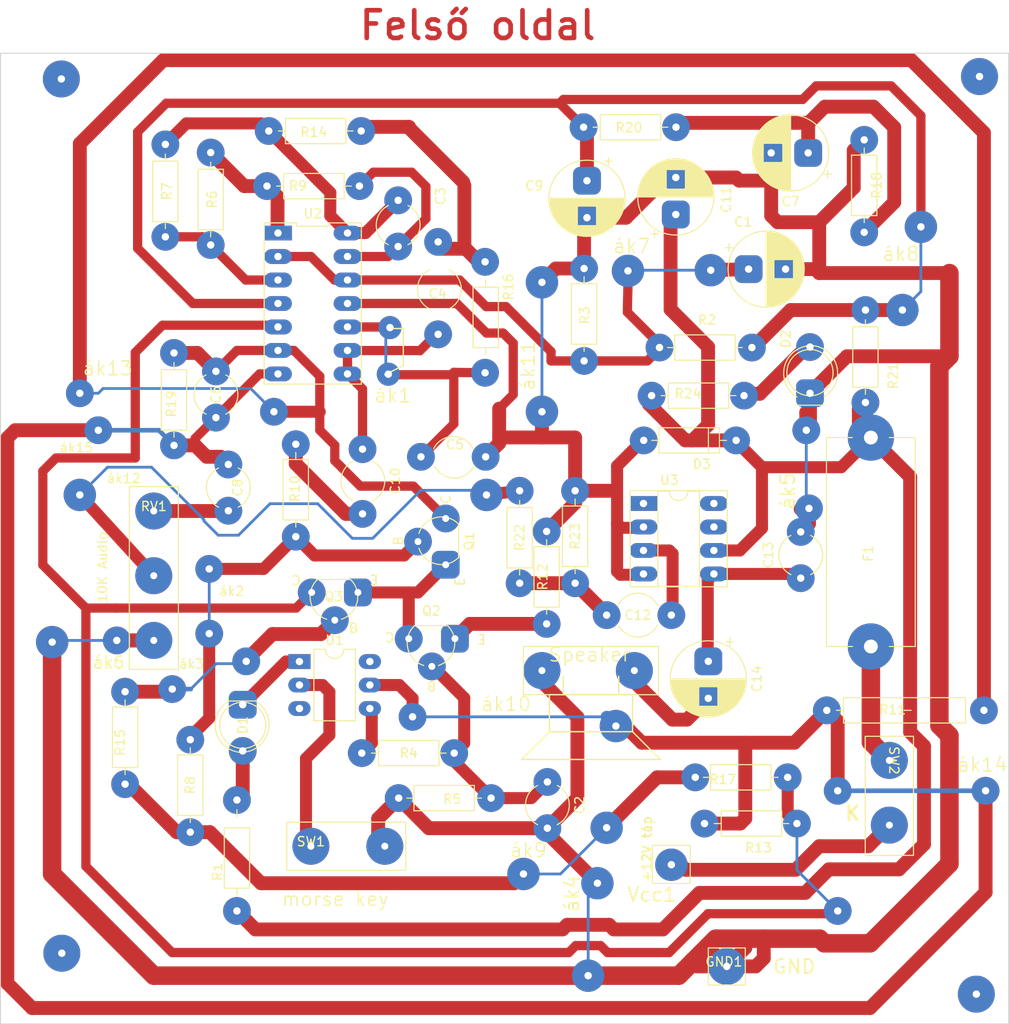
<source format=kicad_pcb>
(kicad_pcb (version 20221018) (generator pcbnew)
  (title_block (title "Sidetone-morse-voice-generator") (date "2024-02-06") (rev "0"))
  (layers (0 "F.Cu" signal) (31 "B.Cu" signal) (34 "B.Paste" user) (35 "F.Paste" user) (36 "B.SilkS" user "B.Silkscreen") (37 "F.SilkS" user "F.Silkscreen") (38 "B.Mask" user) (39 "F.Mask" user) (44 "Edge.Cuts" user))
  (net 0 "")
  (net 1 "Net-(U2A--)")
  (net 2 "GNDD")
  (net 3 "Net-(Q2-B)")
  (net 4 "Net-(C3-Pad1)")
  (net 5 "Net-(U2D--)")
  (net 6 "Net-(U2C--)")
  (net 7 "Net-(C4-Pad2)")
  (net 8 "Net-(U2C-+)")
  (net 9 "Net-(Q1-C)")
  (net 10 "Net-(U2E-V+)")
  (net 11 "Net-(C7-Pad1)")
  (net 12 "Net-(C8-Pad2)")
  (net 13 "VCC")
  (net 14 "Net-(C10-Pad2)")
  (net 15 "Net-(C12-Pad1)")
  (net 16 "Net-(U3-+)")
  (net 17 "Net-(C13-Pad1)")
  (net 18 "Net-(4-8ohm1-Pad1)")
  (net 19 "Net-(SW2A-A)")
  (net 20 "Net-(Q1-E)")
  (net 21 "Net-(Q1-B)")
  (net 22 "Net-(Q2-E)")
  (net 23 "Net-(Q3-B)")
  (net 24 "Net-(Q3-C)")
  (net 25 "Net-(D1-A)")
  (net 26 "Net-(R4-Pad1)")
  (net 27 "Net-(R6-Pad1)")
  (net 28 "Net-(U2A-+)")
  (net 29 "Net-(R22-Pad1)")
  (net 30 "Net-(D2-A)")
  (net 31 "Net-(D1-K)")
  (net 32 "Net-(SW1A-A)")
  (net 38 "Net-(R15-Pad1)")
  (net 39 "Net-(D3-K)")
  (footprint "000_Other_Device:Kapcsolo_Pad_Group_2Pin_P7mm" (layer "F.Cu") (at 207.896642 118.238727 -90)
    (fp_text reference "SW2")
    (fp_text value "On/off")
  )
  (footprint "000_Capacitor:C_Radial_Ceramic_D4.5mm_P5.00mm" (layer "F.Cu") (at 170.896642 120.568727 -90)
    (fp_text reference "C2")
    (fp_text value "20nF")
  )
  (footprint "000_Capacitor:C_Radial_Ceramic_D4.5mm_P5.00mm" (layer "F.Cu") (at 135.035419 76.15697 -90)
    (fp_text reference "C6")
    (fp_text value "10nF")
  )
  (footprint "000_Resistor:R_Axial_L6.3mm_D2.5mm_P10.0mm_Horizontal" (layer "F.Cu") (at 167.896642 89.068727 -90)
    (fp_text reference "R22")
    (fp_text value "15K")
  )
  (footprint "000_IC:DIP-14_LM324" (layer "F.Cu") (at 145.510803 68.811354 -90)
    (fp_text reference "U2")
    (fp_text value "LM324")
  )
  (footprint "000_Diode:LED_D5.0mm_P5.0_Clear" (layer "F.Cu") (at 199.309044 78.521345 90)
    (fp_text reference "D2")
    (fp_text value "Power (Green)")
  )
  (footprint "000_Capacitor:C_Radial_Ceramic_D4.5mm_P5.00mm" (layer "F.Cu") (at 150.896642 84.568727 -90)
    (fp_text reference "C10")
    (fp_text value "100nF")
  )
  (footprint "000_Capacitor:CP_Radial_Elektrolit_D8.0mm_P4.0mm_H12" (layer "F.Cu") (at 188.309044 107.521345 -90)
    (fp_text reference "C14")
    (fp_text value "100uF/16V")
  )
  (footprint "000_Transistor:TO-92_Kis_Muanyag_Hazas_Transistor" (layer "F.Cu") (at 159.896642 97.068727 90)
    (fp_text reference "Q1")
    (fp_text value "2N3904")
  )
  (footprint "000_Capacitor:CP_Radial_Elektrolit_D8.0mm_P4.0mm_H12" (layer "F.Cu") (at 192.667037 65.09341)
    (fp_text reference "C1")
    (fp_text value "100uF/16V")
  )
  (footprint "000_Resistor:R_Axial_L6.3mm_D2.5mm_P10.0mm_Horizontal" (layer "F.Cu") (at 191.318427 83.620908 180)
    (fp_text reference "D3")
    (fp_text value "1N4001")
  )
  (footprint "000_Other_Device:+Vcc" (layer "F.Cu") (at 184.309044 129.521345)
    (fp_text reference "Vcc1")
    (fp_text value "~")
  )
  (footprint "000_Resistor:Potenciometer_4Pin_P7mm" (layer "F.Cu") (at 128.309044 91.258727)
    (fp_text reference "RV1")
    (fp_text value "10K Audio")
  )
  (footprint "000_Resistor:R_Axial_L6.3mm_D2.5mm_P10.0mm_Horizontal" (layer "F.Cu") (at 134.470085 52.484227 -90)
    (fp_text reference "R6")
    (fp_text value "100K")
  )
  (footprint "000_Resistor:R_Axial_L6.3mm_D2.5mm_P10.0mm_Horizontal" (layer "F.Cu") (at 188.777002 71.176002 180)
    (fp_text reference "R2")
    (fp_text value "10 K")
  )
  (footprint "000_Resistor:R_Axial_L6.3mm_D2.5mm_P10.0mm_Horizontal" (layer "F.Cu") (at 201.131155 112.820974)
    (fp_text reference "R11")
    (fp_text value "22 K")
  )
  (footprint "000_Capacitor:CP_Radial_Elektrolit_D8.0mm_P4.0mm_H12" (layer "F.Cu") (at 184.791709 59.184411 90)
    (fp_text reference "C11")
    (fp_text value "100uF/16V")
  )
  (footprint "000_Resistor:R_Axial_L6.3mm_D2.5mm_P10.0mm_Horizontal" (layer "F.Cu") (at 182.172715 78.779944)
    (fp_text reference "R24")
    (fp_text value "1K")
  )
  (footprint "000_Other_Device:GND" (layer "F.Cu") (at 190.309044 140.521345)
    (fp_text reference "GND1")
    (fp_text value "~")
  )
  (footprint "000_Resistor:R_Axial_L6.3mm_D2.5mm_P10.0mm_Horizontal" (layer "F.Cu") (at 130.497538 74.161179 -90)
    (fp_text reference "R19")
    (fp_text value "10K")
  )
  (footprint "000_Other_Device:Fuseholder_22x10mm_Horizontal" (layer "F.Cu") (at 205.896642 83.314387 -90)
    (fp_text reference "F1")
    (fp_text value "1A")
  )
  (footprint "000_Resistor:R_Axial_L6.3mm_D2.5mm_P10.0mm_Horizontal" (layer "F.Cu") (at 125.206038 120.805704 90)
    (fp_text reference "R15")
    (fp_text value "330")
  )
  (footprint "000_Resistor:R_Axial_L6.3mm_D2.5mm_P10.0mm_Horizontal" (layer "F.Cu") (at 160.557214 119.91325 180)
    (fp_text reference "R5")
    (fp_text value "220 K")
  )
  (footprint "000_Resistor:R_Axial_L6.3mm_D2.5mm_P10.0mm_Horizontal" (layer "F.Cu") (at 174.81178 49.741233)
    (fp_text reference "R20")
    (fp_text value "10K")
  )
  (footprint "000_Resistor:R_Axial_L6.3mm_D2.5mm_P10.0mm_Horizontal" (layer "F.Cu") (at 132.260684 125.996164 90)
    (fp_text reference "R8")
    (fp_text value "330")
  )
  (footprint "000_Transistor:TO-92_Kis_Muanyag_Hazas_Transistor" (layer "F.Cu") (at 150.396642 100.068727 180)
    (fp_text reference "Q3")
    (fp_text value "2N3904")
  )
  (footprint "000_Capacitor:CP_Radial_Elektrolit_D8.0mm_P4.0mm_H12" (layer "F.Cu") (at 175.179288 55.531848 -90)
    (fp_text reference "C9")
    (fp_text value "100uF/16V")
  )
  (footprint "000_Diode:LED_D5.0mm_P5.0_Clear" (layer "F.Cu") (at 137.935056 112.211438 -90)
    (fp_text reference "D1")
    (fp_text value "Red")
  )
  (footprint "000_Resistor:R_Axial_L6.3mm_D2.5mm_P10.0mm_Horizontal" (layer "F.Cu") (at 205.309044 69.521345 -90)
    (fp_text reference "R21")
    (fp_text value "10")
  )
  (footprint "000_Resistor:R_Axial_L6.3mm_D2.5mm_P10.0mm_Horizontal" (layer "F.Cu") (at 173.896642 99.068727 90)
    (fp_text reference "R23")
    (fp_text value "1K")
  )
  (footprint "000_Resistor:R_Axial_L6.3mm_D2.5mm_P10.0mm_Horizontal" (layer "F.Cu") (at 164.15685 64.305831 -90)
    (fp_text reference "R16")
    (fp_text value "33K")
  )
  (footprint "000_Resistor:R_Axial_L6.3mm_D2.5mm_P10.0mm_Horizontal" (layer "F.Cu") (at 137.309044 122.521345 -90)
    (fp_text reference "R1")
    (fp_text value "750")
  )
  (footprint "000_Resistor:R_Axial_L6.3mm_D2.5mm_P10.0mm_Horizontal" (layer "F.Cu") (at 150.816693 117.448144)
    (fp_text reference "R4")
    (fp_text value "220 K")
  )
  (footprint "000_Resistor:R_Axial_L6.3mm_D2.5mm_P10.0mm_Horizontal" (layer "F.Cu") (at 140.750803 50.151354)
    (fp_text reference "R14")
    (fp_text value "33K")
  )
  (footprint "000_Resistor:R_Axial_L6.3mm_D2.5mm_P10.0mm_Horizontal" (layer "F.Cu") (at 170.817659 103.469619 90)
    (fp_text reference "R12")
    (fp_text value "22 K")
  )
  (footprint "000_Resistor:R_Axial_L6.3mm_D2.5mm_P10.0mm_Horizontal" (layer "F.Cu") (at 187.896642 125.068727)
    (fp_text reference "R13")
    (fp_text value "22 K")
  )
  (footprint "000_Resistor:R_Axial_L6.3mm_D2.5mm_P10.0mm_Horizontal" (layer "F.Cu") (at 129.564147 51.59955 -90)
    (fp_text reference "R7")
    (fp_text value "47K")
  )
  (footprint "000_Resistor:R_Axial_L6.3mm_D2.5mm_P10.0mm_Horizontal" (layer "F.Cu") (at 205.174675 61.11091 90)
    (fp_text reference "R18")
    (fp_text value "10K")
  )
  (footprint "000_IC:DIP-8_W7.62mm_Socket_LongPads" (layer "F.Cu") (at 181.293332 90.447492)
    (fp_text reference "U3")
    (fp_text value "LM386")
  )
  (footprint "000_Resistor:R_Axial_L6.3mm_D2.5mm_P10.0mm_Horizontal" (layer "F.Cu") (at 174.86814 75.025874 90)
    (fp_text reference "R3")
    (fp_text value "10 K")
  )
  (footprint "000_Resistor:R_Axial_L6.3mm_D2.5mm_P10.0mm_Horizontal" (layer "F.Cu") (at 143.675397 94.035755 90)
    (fp_text reference "R10")
    (fp_text value "10K")
  )
  (footprint "000_Capacitor:CP_Radial_Elektrolit_D8.0mm_P4.0mm_H12" (layer "F.Cu") (at 199.111695 52.521345 180)
    (fp_text reference "C7")
    (fp_text value "100uF/16V")
  )
  (footprint "000_Capacitor:C_Radial_Ceramic_D4.5mm_P5.00mm" (layer "F.Cu") (at 136.378999 86.227787 -90)
    (fp_text reference "C8")
    (fp_text value "100nF")
  )
  (footprint "000_Capacitor:C_Radial_Ceramic_D4.5mm_P5.00mm" (layer "F.Cu") (at 198.309044 98.521345 90)
    (fp_text reference "C13")
    (fp_text value "200nF")
  )
  (footprint "000_Capacitor:C_Radial_Ceramic_D4.5mm_P5.00mm" (layer "F.Cu") (at 154.750803 57.651354 -90)
    (fp_text reference "C3")
    (fp_text value "10 nF" hide)
  )
  (footprint "000_Resistor:R_Axial_L6.3mm_D2.5mm_P10.0mm_Horizontal" (layer "F.Cu") (at 140.560803 56.111354)
    (fp_text reference "R9")
    (fp_text value "100K" hide)
  )
  (footprint "000_Capacitor:C_Radial_Ceramic_D4.5mm_P5.00mm" (layer "F.Cu") (at 159.075263 72.147922 90)
    (fp_text reference "C4")
    (fp_text value "20nF")
  )
  (footprint "000_Other_Device:Morse_Key_Pad_Group_2Pin_P7mm" (layer "F.Cu") (at 145.309044 127.521345)
    (fp_text reference "SW1")
    (fp_text value "morse key")
  )
  (footprint "000_Transistor:TO-92_Kis_Muanyag_Hazas_Transistor" (layer "F.Cu") (at 160.896642 105.068727 180)
    (fp_text reference "Q2")
    (fp_text value "2N3904")
  )
  (footprint "000_IC:DIP-6_W7.62mm_LongPads" (layer "F.Cu") (at 144.071642 107.543727)
    (fp_text reference "U1")
    (fp_text value "4N35")
  )
  (footprint "000_Other_Device:Hangszoro" (layer "F.Cu") (at 180.309044 108.521345 180)
    (fp_text reference "4-8ohm1" hide)
    (fp_text value "Speaker")
  )
  (footprint "000_Resistor:R_Axial_L6.3mm_D2.5mm_P10.0mm_Horizontal" (layer "F.Cu") (at 196.896642 120.068727 180)
    (fp_text reference "R17")
    (fp_text value "10K")
  )
  (footprint "000_Capacitor:C_Radial_Ceramic_D4.5mm_P5.00mm" (layer "F.Cu") (at 177.309044 102.521345)
    (fp_text reference "C12")
    (fp_text value "100nF")
  )
  (footprint "000_Capacitor:C_Radial_Ceramic_D4.5mm_P5.00mm" (layer "F.Cu") (at 157.215658 85.396092)
    (fp_text reference "C5")
    (fp_text value "10nF")
  )
  (gr_line (start 154.309044 71.521345) (end 155.309044 71.521345) (stroke (width 0.15)) (layer "F.SilkS"))
  (gr_line (start 171.114044 115.131345) (end 168.114044 118.131345) (stroke (width 0.15)) (layer "F.SilkS"))
  (gr_line (start 168.114044 118.131345) (end 183.114044 118.131345) (stroke (width 0.15)) (layer "F.SilkS"))
  (gr_line (start 155.309044 71.521345) (end 155.309044 75.521345) (stroke (width 0.15)) (layer "F.SilkS"))
  (gr_rect (start 171.114044 111.131345) (end 180.114044 115.131345) (stroke (width 0.15)) (fill none) (layer "F.SilkS"))
  (gr_line (start 178.614044 109.131345) (end 178.614044 111.131345) (stroke (width 0.15)) (layer "F.SilkS"))
  (gr_line (start 172.614044 111.131345) (end 172.614044 109.131345) (stroke (width 0.15)) (layer "F.SilkS"))
  (gr_line (start 183.097991 118.121519) (end 180.097991 115.121519) (stroke (width 0.15)) (layer "F.SilkS"))
  (gr_line (start 155.309044 75.521345) (end 153.309044 76.521345) (stroke (width 0.15)) (layer "F.SilkS"))
  (gr_rect (start 111.722727 41.739346) (end 220.809044 146.739346) (stroke (width 0.1)) (fill none) (layer "Edge.Cuts"))
  (gr_text "Felső oldal" (at 150.306426 40.481982) (layer "F.Cu") (effects (font (size 3 3) (thickness 0.5) bold) (justify left bottom)))
  (gr_text "ák14" (at 215.150639 119.572185) (layer "F.SilkS") (effects (font (size 1.5 1.5)) (justify left bottom)))
  (gr_text "GND" (at 195.185863 141.412789) (layer "F.SilkS") (effects (font (size 1.5 1.5) (thickness 0.2) bold) (justify left bottom)))
  (gr_text "ák5" (at 197.780121 91.238307 90) (layer "F.SilkS") (effects (font (size 1.5 1.5) (thickness 0.2)) (justify left bottom)))
  (gr_text "+12V táp" (at 182.255421 131.549787 90) (layer "F.SilkS") (effects (font (size 1 1) (thickness 0.2) bold) (justify left bottom)))
  (gr_text "ák11" (at 169.659816 78.3528 90) (layer "F.SilkS") (effects (font (size 1.5 1.5)) (justify left bottom)))
  (gr_text "K" (at 202.977038 124.840293) (layer "F.SilkS") (effects (font (size 1.5 1.5) (thickness 0.3) bold) (justify left bottom)))
  (gr_text "ák10" (at 163.608611 113.022645) (layer "F.SilkS") (effects (font (size 1.5 1.5)) (justify left bottom)))
  (gr_text "ák2" (at 135.309044 100.521345) (layer "F.SilkS") (effects (font (size 1 1)) (justify left bottom)))
  (gr_text "ák12" (at 123.141244 88.32893) (layer "F.SilkS") (effects (font (size 1 1)) (justify left bottom)))
  (gr_text "ák4" (at 174.429589 134.806983 90) (layer "F.SilkS") (effects (font (size 1.5 1.5) (thickness 0.2)) (justify left bottom)))
  (gr_text "ák6" (at 121.55923 108.400737) (layer "F.SilkS") (effects (font (size 1.3 1.3) (thickness 0.2)) (justify left bottom)))
  (gr_text "ák7" (at 177.917931 63.473955) (layer "F.SilkS") (effects (font (size 1.5 1.5)) (justify left bottom)))
  (gr_text "ák15" (at 118.040936 85.009686) (layer "F.SilkS") (effects (font (size 1 1)) (justify left bottom)))
  (gr_text "ák3" (at 130.969044 108.388727) (layer "F.SilkS") (effects (font (size 1 1)) (justify left bottom)))
  (gr_text "ák8" (at 207.034905 64.328243) (layer "F.SilkS") (effects (font (size 1.5 1.5)) (justify left bottom)))
  (gr_text "ák13" (at 120.521033 76.711012) (layer "F.SilkS") (effects (font (size 1.5 1.5)) (justify left bottom)))
  (gr_text "ák9" (at 166.740999 128.826969) (layer "F.SilkS") (effects (font (size 1.5 1.5)) (justify left bottom)))
  (gr_text "ák1" (at 152.075726 79.634232) (layer "F.SilkS") (effects (font (size 1.5 1.5)) (justify left bottom)))
  (via (at 217.651673 44.259899) (size 4) (drill 0.8) (layers "F.Cu" "B.Cu") (net 0))
  (via (at 118.362932 139.092418) (size 4) (drill 0.8) (layers "F.Cu" "B.Cu") (net 0))
  (via (at 217.309044 143.521345) (size 4) (drill 0.8) (layers "F.Cu" "B.Cu") (net 0))
  (via (at 118.309044 44.521345) (size 4) (drill 0.8) (layers "F.Cu" "B.Cu") (net 0))
  (segment (start 171.291473 75.025874) (end 174.86814 75.025874) (width 1) (layer "F.Cu") (net 1))
  (segment (start 166.415391 69.147922) (end 171.291473 74.024004) (width 1) (layer "F.Cu") (net 1))
  (segment (start 179.545657 69.745773) (end 179.648653 65.555676) (width 1) (layer "F.Cu") (net 1))
  (segment (start 149.270803 66.271354) (end 161.394151 66.271354) (width 1) (layer "F.Cu") (net 1))
  (segment (start 188.57495 65.212357) (end 188.659565 65.09341) (width 1.5) (layer "F.Cu") (net 1))
  (segment (start 145.318112 63.731354) (end 147.858112 66.271354) (width 1) (layer "F.Cu") (net 1))
  (segment (start 147.858112 66.271354) (end 149.270803 66.271354) (width 1) (layer "F.Cu") (net 1))
  (segment (start 161.394151 66.271354) (end 164.270719 69.147922) (width 1) (layer "F.Cu") (net 1))
  (segment (start 192.667037 65.09341) (end 188.57495 65.212357) (width 1.5) (layer "F.Cu") (net 1))
  (segment (start 174.86814 75.025874) (end 181.706398 75.025874) (width 1) (layer "F.Cu") (net 1))
  (segment (start 141.750803 63.731354) (end 145.318112 63.731354) (width 1) (layer "F.Cu") (net 1))
  (segment (start 164.270719 69.147922) (end 166.415391 69.147922) (width 1) (layer "F.Cu") (net 1))
  (segment (start 171.291473 74.024004) (end 171.291473 75.025874) (width 1) (layer "F.Cu") (net 1))
  (segment (start 181.706398 75.025874) (end 183.266078 73.466194) (width 1) (layer "F.Cu") (net 1))
  (segment (start 183.266078 73.466194) (end 179.545657 69.745773) (width 1) (layer "F.Cu") (net 1))
  (segment (start 179.648653 65.555676) (end 179.545657 65.521345) (width 1) (layer "F.Cu") (net 1))
  (via (at 179.614321 65.281021) (size 3.5) (drill 0.8) (layers "F.Cu" "B.Cu") (net 1))
  (via (at 188.57495 65.212357) (size 3.5) (drill 0.8) (layers "F.Cu" "B.Cu") (net 1))
  (segment (start 188.57495 65.212357) (end 179.682985 65.212357) (width 0.3) (layer "B.Cu") (net 1))
  (segment (start 179.682985 65.212357) (end 179.614321 65.281021) (width 1.5) (layer "B.Cu") (net 1))
  (segment (start 196.667037 65.09341) (end 199.881109 65.09341) (width 1.5) (layer "F.Cu") (net 2))
  (segment (start 204.042395 56.287994) (end 204.042395 52.24319) (width 1.5) (layer "F.Cu") (net 2))
  (segment (start 164.30602 72.011651) (end 166.105311 72.011651) (width 1) (layer "F.Cu") (net 2))
  (segment (start 161.105723 68.811354) (end 164.30602 72.011651) (width 1) (layer "F.Cu") (net 2))
  (segment (start 165.681526 80.183726) (end 165.681526 83.171677) (width 1.5) (layer "F.Cu") (net 2))
  (segment (start 170.309044 83.302308) (end 170.309044 80.521345) (width 1.5) (layer "F.Cu") (net 2))
  (segment (start 129.025364 105.258727) (end 125.309044 105.258727) (width 1.5) (layer "F.Cu") (net 2))
  (segment (start 199.201379 92.62901) (end 199.201379 90.975819) (width 1.5) (layer "F.Cu") (net 2))
  (segment (start 117.309044 130.521345) (end 128.309044 141.521345) (width 2) (layer "F.Cu") (net 2))
  (segment (start 153.309044 127.521345) (end 152.587547 126.799848) (width 1.5) (layer "F.Cu") (net 2))
  (segment (start 165.681526 83.930224) (end 164.215658 85.396092) (width 1.5) (layer "F.Cu") (net 2))
  (segment (start 198.90892 82.521345) (end 199.309044 82.121221) (width 1.5) (layer "F.Cu") (net 2))
  (segment (start 192.309044 138.521345) (end 192.309044 137.521345) (width 1.5) (layer "F.Cu") (net 2))
  (segment (start 174.146642 122.318727) (end 170.896642 125.568727) (width 1.5) (layer "F.Cu") (net 2))
  (segment (start 183.756173 55.184411) (end 184.791709 55.184411) (width 1.5) (layer "F.Cu") (net 2))
  (segment (start 152.587547 124.532917) (end 154.807214 122.31325) (width 1.5) (layer "F.Cu") (net 2))
  (segment (start 214.396642 74.521345) (end 214.396642 65.521345) (width 2) (layer "F.Cu") (net 2))
  (segment (start 186.611286 140.021345) (end 188.210165 138.422466) (width 2) (layer "F.Cu") (net 2))
  (segment (start 213.309044 114.458741) (end 213.309044 75.608943) (width 2) (layer "F.Cu") (net 2))
  (segment (start 175.179288 59.531848) (end 179.408736 59.531848) (width 1.5) (layer "F.Cu") (net 2))
  (segment (start 173.896642 89.068727) (end 173.896642 83.302308) (width 1.5) (layer "F.Cu") (net 2))
  (segment (start 174.86814 65.025874) (end 171.804515 65.025874) (width 1.5) (layer "F.Cu") (net 2))
  (segment (start 173.896642 83.302308) (end 170.309044 83.302308) (width 1.5) (layer "F.Cu") (net 2))
  (segment (start 199.309044 78.521345) (end 203.309044 74.521345) (width 1.5) (layer "F.Cu") (net 2))
  (segment (start 173.896642 89.068727) (end 178.006638 89.068727) (width 1.5) (layer "F.Cu") (net 2))
  (segment (start 198.309044 93.521345) (end 199.201379 92.62901) (width 1.5) (layer "F.Cu") (net 2))
  (segment (start 200.309044 60.021345) (end 204.042395 56.287994) (width 1.5) (layer "F.Cu") (net 2))
  (segment (start 195.809044 60.021345) (end 200.309044 60.021345) (width 1.5) (layer "F.Cu") (net 2))
  (segment (start 188.210165 138.422466) (end 189.111286 137.521345) (width 2) (layer "F.Cu") (net 2))
  (segment (start 214.396642 129.433747) (end 214.396642 115.546339) (width 2) (layer "F.Cu") (net 2))
  (segment (start 169.309044 125.568727) (end 170.896642 125.568727) (width 1.5) (layer "F.Cu") (net 2))
  (segment (start 184.791709 55.184411) (end 191.309044 55.184411) (width 1.5) (layer "F.Cu") (net 2))
  (segment (start 167.201469 78.663783) (end 165.681526 80.183726) (width 1) (layer "F.Cu") (net 2))
  (segment (start 191.476053 55.35142) (end 191.309044 55.184411) (width 1.5) (layer "F.Cu") (net 2))
  (segment (start 170.309044 108.521345) (end 170.309044 109.713213) (width 1.5) (layer "F.Cu") (net 2))
  (segment (start 178.43867 97.804387) (end 178.43867 92.614387) (width 1.3) (layer "F.Cu") (net 2))
  (segment (start 190.309044 140.521345) (end 193.431439 140.521345) (width 1.5) (layer "F.Cu") (net 2))
  (segment (start 158.062691 125.568727) (end 169.309044 125.568727) (width 1.5) (layer "F.Cu") (net 2))
  (segment (start 190.309044 140.521345) (end 192.309044 138.521345) (width 1.5) (layer "F.Cu") (net 2))
  (segment (start 176.309044 131.521345) (end 170.896642 126.108943) (width 1.5) (layer "F.Cu") (net 2))
  (segment (start 149.270803 68.811354) (end 161.105723 68.811354) (width 1) (layer "F.Cu") (net 2))
  (segment (start 178.89867 93.074387) (end 178.43867 92.614387) (width 1.3) (layer "F.Cu") (net 2))
  (segment (start 125.472872 105.258727) (end 126.309044 105.258727) (width 1.5) (layer "F.Cu") (net 2))
  (segment (start 191.645978 55.521345) (end 195.111695 55.521345) (width 1.5) (layer "F.Cu") (net 2))
  (segment (start 117.318025 105.441443) (end 117.309044 105.450424) (width 2) (layer "F.Cu") (net 2))
  (segment (start 193.431439 140.521345) (end 194.309044 139.64374) (width 1.5) (layer "F.Cu") (net 2))
  (segment (start 174.86814 65.025874) (end 174.86814 59.842996) (width 1.5) (layer "F.Cu") (net 2))
  (segment (start 167.201469 73.107809) (end 167.201469 78.663783) (width 1) (layer "F.Cu") (net 2))
  (segment (start 200.359296 137.521345) (end 200.859296 138.021345) (width 2) (layer "F.Cu") (net 2))
  (segment (start 187.111286 140.521345) (end 186.611286 140.021345) (width 1.5) (layer "F.Cu") (net 2))
  (segment (start 181.58867 98.154387) (end 178.78867 98.154387) (width 1.3) (layer "F.Cu") (net 2))
  (segment (start 170.309044 80.521345) (end 170.309044 81.521345) (width 1.5) (layer "F.Cu") (net 2))
  (segment (start 194.309044 139.64374) (end 194.309044 137.521345) (width 1.5) (layer "F.Cu") (net 2))
  (segment (start 173.896642 89.068727) (end 173.896642 90.390636) (width 1.5) (layer "F.Cu") (net 2))
  (segment (start 199.309044 82.121221) (end 199.309044 78.521345) (width 1.5) (layer "F.Cu") (net 2))
  (segment (start 199.046531 91.068726) (end 198.309044 91.068726) (width 1.5) (layer "F.Cu") (net 2))
  (segment (start 198.90892 82.521345) (end 198.90892 80.592623) (width 1.5) (layer "F.Cu") (net 2))
  (segment (start 174.146642 113.550811) (end 174.146642 122.318727) (width 1.5) (layer "F.Cu") (net 2))
  (segment (start 189.111286 137.521345) (end 194.309044 137.521345) (width 2) (layer "F.Cu") (net 2))
  (segment (start 199.201379 90.975819) (end 199.046531 91.068726) (width 1.5) (layer "F.Cu") (net 2))
  (segment (start 171.261662 125.568727) (end 169.309044 125.568727) (width 1.5) (layer "F.Cu") (net 2))
  (segment (start 152.587547 126.799848) (end 152.587547 124.532917) (width 1.5) (layer "F.Cu") (net 2))
  (segment (start 205.809044 138.021345) (end 214.396642 129.433747) (width 2) (layer "F.Cu") (net 2))
  (segment (start 178.43867 92.614387) (end 178.43867 86.384387) (width 1.3) (layer "F.Cu") (net 2))
  (segment (start 171.804515 65.025874) (end 170.309044 66.521345) (width 1.5) (layer "F.Cu") (net 2))
  (segment (start 200.309044 65.521345) (end 214.396642 65.521345) (width 1.5) (layer "F.Cu") (net 2))
  (segment (start 195.111695 59.323996) (end 195.809044 60.021345) (width 1.5) (layer "F.Cu") (net 2))
  (segment (start 173.896642 90.390636) (end 170.817659 93.469619) (width 1.5) (layer "F.Cu") (net 2))
  (segment (start 195.111695 52.521345) (end 195.111695 59.323996) (width 1.5) (layer "F.Cu") (net 2))
  (segment (start 200.309044 60.021345) (end 200.309044 65.521345) (width 1.5) (layer "F.Cu") (net 2))
  (segment (start 117.309044 105.450424) (end 117.309044 130.521345) (width 2) (layer "F.Cu") (net 2))
  (segment (start 203.309044 74.521345) (end 214.396642 74.521345) (width 1.5) (layer "F.Cu") (net 2))
  (segment (start 181.58867 93.074387) (end 178.89867 93.074387) (width 1.3) (layer "F.Cu") (net 2))
  (segment (start 128.309044 141.521345) (end 185.111286 141.521345) (width 2) (layer "F.Cu") (net 2))
  (segment (start 179.408736 59.531848) (end 183.756173 55.184411) (width 1.5) (layer "F.Cu") (net 2))
  (segment (start 178.006638 89.068727) (end 178.043332 89.105421) (width 1.5) (layer "F.Cu") (net 2))
  (segment (start 165.681526 83.171677) (end 165.681526 83.930224) (width 1.5) (layer "F.Cu") (net 2))
  (segment (start 199.881109 65.09341) (end 200.309044 65.521345) (width 1.5) (layer "F.Cu") (net 2))
  (segment (start 200.859296 138.021345) (end 205.809044 138.021345) (width 2) (layer "F.Cu") (net 2))
  (segment (start 190.309044 140.521345) (end 187.111286 140.521345) (width 1.5) (layer "F.Cu") (net 2))
  (segment (start 204.042395 52.24319) (end 205.174675 51.11091) (width 1.5) (layer "F.Cu") (net 2))
  (segment (start 117.309044 105.432462) (end 117.318025 105.441443) (width 2) (layer "F.Cu") (net 2))
  (segment (start 166.105311 72.011651) (end 167.201469 73.107809) (width 1) (layer "F.Cu") (net 2))
  (segment (start 178.78867 98.154387) (end 178.43867 97.804387) (width 1.3) (layer "F.Cu") (net 2))
  (segment (start 178.43867 86.384387) (end 181.20867 83.614387) (width 1.3) (layer "F.Cu") (net 2))
  (segment (start 154.807214 122.31325) (end 158.062691 125.568727) (width 1.5) (layer "F.Cu") (net 2))
  (segment (start 194.309044 137.521345) (end 200.359296 137.521345) (width 2) (layer "F.Cu") (net 2))
  (segment (start 170.896642 126.108943) (end 170.896642 125.568727) (width 1.5) (layer "F.Cu") (net 2))
  (segment (start 198.90892 80.592623) (end 198.921642 80.579901) (width 1.5) (layer "F.Cu") (net 2))
  (segment (start 185.111286 141.521345) (end 186.611286 140.021345) (width 2) (layer "F.Cu") (net 2))
  (segment (start 213.309044 75.608943) (end 214.396642 74.521345) (width 2) (layer "F.Cu") (net 2))
  (segment (start 174.86814 59.842996) (end 175.179288 59.531848) (width 1.5) (layer "F.Cu") (net 2))
  (segment (start 190.309044 140.521345) (end 188.210165 138.422466) (width 1.5) (layer "F.Cu") (net 2))
  (segment (start 191.309044 55.184411) (end 191.645978 55.521345) (width 1.5) (layer "F.Cu") (net 2))
  (segment (start 170.309044 83.302308) (end 165.812157 83.302308) (width 1.5) (layer "F.Cu") (net 2))
  (segment (start 165.812157 83.302308) (end 165.681526 83.171677) (width 1.5) (layer "F.Cu") (net 2))
  (segment (start 214.396642 115.546339) (end 213.309044 114.458741) (width 2) (layer "F.Cu") (net 2))
  (segment (start 170.309044 109.713213) (end 174.146642 113.550811) (width 1.5) (layer "F.Cu") (net 2))
  (via (at 175.309044 141.521345) (size 3.5) (drill 0.8) (layers "F.Cu" "B.Cu") (net 2))
  (via (at 170.309044 66.521345) (size 3.5) (drill 0.8) (layers "F.Cu" "B.Cu") (net 2))
  (via (at 117.318025 105.441443) (size 3.5) (drill 0.8) (layers "F.Cu" "B.Cu") (net 2))
  (via (at 199.201379 90.975819) (size 3) (drill 0.8) (layers "F.Cu" "B.Cu") (net 2))
  (via (at 170.309044 80.521345) (size 3.5) (drill 0.8) (layers "F.Cu" "B.Cu") (net 2))
  (via (at 198.90892 82.521345) (size 3) (drill 0.8) (layers "F.Cu" "B.Cu") (net 2))
  (via (at 124.309044 105.258727) (size 3) (drill 0.8) (layers "F.Cu" "B.Cu") (net 2))
  (via (at 176.309044 131.521345) (size 3.5) (drill 0.8) (layers "F.Cu" "B.Cu") (net 2))
  (segment (start 175.309044 132.521345) (end 175.309044 141.521345) (width 0.3) (layer "B.Cu") (net 2))
  (segment (start 117.500741 105.258727) (end 117.318025 105.441443) (width 1.5) (layer "B.Cu") (net 2))
  (segment (start 170.309044 80.521345) (end 170.309044 66.521345) (width 0.3) (layer "B.Cu") (net 2))
  (segment (start 198.90892 90.68336) (end 199.201379 90.975819) (width 1.5) (layer "B.Cu") (net 2))
  (segment (start 124.309044 105.258727) (end 117.500741 105.258727) (width 0.3) (layer "B.Cu") (net 2))
  (segment (start 198.90892 82.521345) (end 198.90892 90.68336) (width 0.3) (layer "B.Cu") (net 2))
  (segment (start 158.396642 108.068727) (end 158.491396 108.068727) (width 1.3) (layer "F.Cu") (net 3))
  (segment (start 169.152119 122.31325) (end 170.896642 120.568727) (width 1.3) (layer "F.Cu") (net 3))
  (segment (start 161.896642 111.473973) (end 161.896642 116.368195) (width 1.3) (layer "F.Cu") (net 3))
  (segment (start 158.491396 108.068727) (end 161.896642 111.473973) (width 1.3) (layer "F.Cu") (net 3))
  (segment (start 161.896642 116.368195) (end 160.816693 117.448144) (width 1.3) (layer "F.Cu") (net 3))
  (segment (start 164.807214 122.31325) (end 169.152119 122.31325) (width 1.3) (layer "F.Cu") (net 3))
  (segment (start 160.816693 117.448144) (end 160.816693 118.322729) (width 1.3) (layer "F.Cu") (net 3))
  (segment (start 160.816693 118.322729) (end 164.807214 122.31325) (width 1.3) (layer "F.Cu") (net 3))
  (segment (start 140.750803 50.151354) (end 139.933676 49.334227) (width 1.3) (layer "F.Cu") (net 4))
  (segment (start 147.410803 56.811354) (end 140.750803 50.151354) (width 1.3) (layer "F.Cu") (net 4))
  (segment (start 149.270803 61.191354) (end 147.410803 59.331354) (width 1.3) (layer "F.Cu") (net 4))
  (segment (start 151.210803 61.191354) (end 149.270803 61.191354) (width 1.3) (layer "F.Cu") (net 4))
  (segment (start 147.410803 59.331354) (end 147.410803 56.811354) (width 1.3) (layer "F.Cu") (net 4))
  (segment (start 139.933676 49.334227) (end 131.82947 49.334227) (width 1.3) (layer "F.Cu") (net 4))
  (segment (start 131.82947 49.334227) (end 129.564147 51.59955) (width 1.3) (layer "F.Cu") (net 4))
  (segment (start 154.750803 57.651354) (end 151.210803 61.191354) (width 1.3) (layer "F.Cu") (net 4))
  (segment (start 156.210803 54.611354) (end 157.750803 56.151354) (width 1) (layer "F.Cu") (net 5))
  (segment (start 152.060803 54.611354) (end 156.210803 54.611354) (width 1) (layer "F.Cu") (net 5))
  (segment (start 157.750803 56.151354) (end 157.750803 59.651354) (width 1) (layer "F.Cu") (net 5))
  (segment (start 157.750803 59.651354) (end 154.750803 62.651354) (width 1) (layer "F.Cu") (net 5))
  (segment (start 153.670803 63.731354) (end 154.750803 62.651354) (width 1) (layer "F.Cu") (net 5))
  (segment (start 149.270803 63.731354) (end 153.670803 63.731354) (width 1) (layer "F.Cu") (net 5))
  (segment (start 150.560803 56.111354) (end 152.060803 54.611354) (width 1) (layer "F.Cu") (net 5))
  (segment (start 150.896642 78.057193) (end 150.896642 84.568727) (width 1) (layer "F.Cu") (net 6))
  (segment (start 157.10213 73.901354) (end 149.270803 73.901354) (width 1) (layer "F.Cu") (net 6))
  (segment (start 159.051753 71.974888) (end 157.093986 73.932655) (width 1) (layer "F.Cu") (net 6))
  (segment (start 149.270803 73.891354) (end 149.270803 76.431354) (width 1) (layer "F.Cu") (net 6))
  (segment (start 149.270803 76.431354) (end 150.896642 78.057193) (width 1) (layer "F.Cu") (net 6))
  (segment (start 161.795527 55.683146) (end 155.818147 49.705766) (width 1.5) (layer "F.Cu") (net 7))
  (segment (start 159.075263 62.88675) (end 161.780165 62.88675) (width 1.5) (layer "F.Cu") (net 7))
  (segment (start 161.916965 62.74995) (end 161.916965 56.048863) (width 1.5) (layer "F.Cu") (net 7))
  (segment (start 161.780165 62.88675) (end 161.916965 62.74995) (width 1.5) (layer "F.Cu") (net 7))
  (segment (start 163.355825 64.191018) (end 161.855825 62.691018) (width 1.5) (layer "F.Cu") (net 7))
  (segment (start 155.939057 49.705501) (end 151.739567 49.705501) (width 1.5) (layer "F.Cu") (net 7))
  (segment (start 149.270803 71.351354) (end 152.72474 71.351354) (width 1) (layer "F.Cu") (net 8))
  (segment (start 164.15685 76.305831) (end 160.773261 76.26473) (width 1) (layer "F.Cu") (net 8))
  (segment (start 160.773261 76.26473) (end 160.782041 76.305831) (width 1) (layer "F.Cu") (net 8))
  (segment (start 153.309044 76.521345) (end 160.566527 76.521345) (width 1) (layer "F.Cu") (net 8))
  (segment (start 160.773261 76.26473) (end 160.773261 81.838489) (width 1) (layer "F.Cu") (net 8))
  (segment (start 160.773261 81.838489) (end 157.215658 85.396092) (width 1) (layer "F.Cu") (net 8))
  (segment (start 160.566527 76.521345) (end 160.782041 76.305831) (width 1) (layer "F.Cu") (net 8))
  (via (at 153.685017 76.457656) (size 2.5) (drill 0.8) (layers "F.Cu" "B.Cu") (net 8))
  (via (at 153.8634 71.418326) (size 2.5) (drill 0.8) (layers "F.Cu" "B.Cu") (net 8))
  (segment (start 152.983879 76.19618) (end 153.309044 76.521345) (width 1) (layer "B.Cu") (net 8))
  (segment (start 153.417442 71.485176) (end 153.417442 76.167826) (width 0.3) (layer "B.Cu") (net 8))
  (segment (start 210.277045 42.489346) (end 218.131155 50.343456) (width 1.5) (layer "F.Cu") (net 9))
  (segment (start 218.131155 50.343456) (end 218.131155 112.820974) (width 1.5) (layer "F.Cu") (net 9))
  (segment (start 137.301035 73.891354) (end 135.035419 76.15697) (width 1) (layer "F.Cu") (net 9))
  (segment (start 133.039628 74.161179) (end 135.035419 76.15697) (width 1.5) (layer "F.Cu") (net 9))
  (segment (start 141.750803 73.891354) (end 143.479148 73.891354) (width 1) (layer "F.Cu") (net 9))
  (segment (start 129.341043 42.489346) (end 210.277045 42.489346) (width 1.5) (layer "F.Cu") (net 9))
  (segment (start 146.270803 76.683009) (end 146.270803 80.521345) (width 1) (layer "F.Cu") (net 9))
  (segment (start 146.270803 80.521345) (end 146.270803 82.513837) (width 1) (layer "F.Cu") (net 9))
  (segment (start 130.497538 74.161179) (end 133.039628 74.161179) (width 1.5) (layer "F.Cu") (net 9))
  (segment (start 120.309044 78.521345) (end 120.309044 51.521345) (width 1.5) (layer "F.Cu") (net 9))
  (segment (start 141.309044 80.521345) (end 141.224137 80.521345) (width 1.3) (layer "F.Cu") (net 9))
  (segment (start 141.750803 73.891354) (end 137.301035 73.891354) (width 1) (layer "F.Cu") (net 9))
  (segment (start 156.393755 88.56584) (end 159.896642 92.068727) (width 1) (layer "F.Cu") (net 9))
  (segment (start 143.479148 73.891354) (end 146.270803 76.683009) (width 1) (layer "F.Cu") (net 9))
  (segment (start 120.309044 51.521345) (end 129.341043 42.489346) (width 1.5) (layer "F.Cu") (net 9))
  (segment (start 150.651114 88.56584) (end 156.393755 88.56584) (width 1) (layer "F.Cu") (net 9))
  (segment (start 146.270803 82.513837) (end 147.896642 84.139676) (width 1) (layer "F.Cu") (net 9))
  (segment (start 147.896642 85.811368) (end 150.651114 88.56584) (width 1) (layer "F.Cu") (net 9))
  (segment (start 146.270803 80.521345) (end 141.309044 80.521345) (width 1.3) (layer "F.Cu") (net 9))
  (segment (start 147.896642 84.139676) (end 147.896642 85.811368) (width 1) (layer "F.Cu") (net 9))
  (via (at 141.309044 80.521345) (size 3) (drill 0.8) (layers "F.Cu" "B.Cu") (net 9))
  (via (at 120.309044 78.521345) (size 3) (drill 0.8) (layers "F.Cu" "B.Cu") (net 9))
  (segment (start 138.794669 78.00697) (end 141.309044 80.521345) (width 0.3) (layer "B.Cu") (net 9))
  (segment (start 122.309044 78.521345) (end 122.823419 78.00697) (width 0.3) (layer "B.Cu") (net 9))
  (segment (start 120.309044 78.521345) (end 120.309044 79.535897) (width 0.5) (layer "B.Cu") (net 9))
  (segment (start 122.823419 78.00697) (end 138.794669 78.00697) (width 0.3) (layer "B.Cu") (net 9))
  (segment (start 120.309044 78.521345) (end 122.309044 78.521345) (width 0.3) (layer "B.Cu") (net 9))
  (segment (start 141.750803 76.431354) (end 139.761035 76.431354) (width 1) (layer "F.Cu") (net 10))
  (segment (start 112.472727 83.357662) (end 112.472727 142.357662) (width 1.5) (layer "F.Cu") (net 10))
  (segment (start 172.221901 47.151354) (end 172.632022 46.741233) (width 1) (layer "F.Cu") (net 10))
  (segment (start 132.789152 84.161179) (end 134.020926 85.392953) (width 1.5) (layer "F.Cu") (net 10))
  (segment (start 205.309044 69.521345) (end 209.309044 69.521345) (width 1.5) (layer "F.Cu") (net 10))
  (segment (start 129.665207 47.151354) (end 172.221901 47.151354) (width 1) (layer "F.Cu") (net 10))
  (segment (start 139.761035 76.431354) (end 135.035419 81.15697) (width 1) (layer "F.Cu") (net 10))
  (segment (start 126.564147 50.252414) (end 129.665207 47.151354) (width 1) (layer "F.Cu") (net 10))
  (segment (start 202.309044 121.521345) (end 202.309044 120.901486) (width 1.5) (layer "F.Cu") (net 10))
  (segment (start 122.309044 82.521345) (end 113.309044 82.521345) (width 1.5) (layer "F.Cu") (net 10))
  (segment (start 115.13641 145.021345) (end 205.809044 145.021345) (width 1.5) (layer "F.Cu") (net 10))
  (segment (start 192.309044 124.521345) (end 191.761662 125.068727) (width 1.5) (layer "F.Cu") (net 10))
  (segment (start 202.309044 113.998863) (end 202.309044 121.521345) (width 1.5) (layer "F.Cu") (net 10))
  (segment (start 135.035419 81.15697) (end 132.789152 83.403237) (width 1) (layer "F.Cu") (net 10))
  (segment (start 192.309044 116.323996) (end 181.111695 116.323996) (width 1.5) (layer "F.Cu") (net 10))
  (segment (start 132.53331 68.811354) (end 126.564147 62.842191) (width 1) (layer "F.Cu") (net 10))
  (segment (start 113.309044 82.521345) (end 112.472727 83.357662) (width 1.5) (layer "F.Cu") (net 10))
  (segment (start 141.750803 68.811354) (end 132.53331 68.811354) (width 1) (layer "F.Cu") (net 10))
  (segment (start 208.086165 45.271345) (end 211.309044 48.494224) (width 1) (layer "F.Cu") (net 10))
  (segment (start 179.309044 114.521345) (end 178.309044 114.521345) (width 1.5) (layer "F.Cu") (net 10))
  (segment (start 205.309044 69.521345) (end 197.210927 69.521345) (width 1.5) (layer "F.Cu") (net 10))
  (segment (start 211.309044 48.494224) (end 211.309044 60.521345) (width 1) (layer "F.Cu") (net 10))
  (segment (start 151.691642 110.083727) (end 154.871426 110.083727) (width 1.3) (layer "F.Cu") (net 10))
  (segment (start 126.564147 62.842191) (end 126.564147 50.252414) (width 1) (layer "F.Cu") (net 10))
  (segment (start 172.632022 46.741233) (end 198.512478 46.741233) (width 1) (layer "F.Cu") (net 10))
  (segment (start 218.309044 132.521345) (end 218.309044 121.521345) (width 1.5) (layer "F.Cu") (net 10))
  (segment (start 181.111695 116.323996) (end 179.309044 114.521345) (width 1.5) (layer "F.Cu") (net 10))
  (segment (start 198.512478 46.741233) (end 199.982366 45.271345) (width 1) (layer "F.Cu") (net 10))
  (segment (start 199.982366 45.271345) (end 208.086165 45.271345) (width 1) (layer "F.Cu") (net 10))
  (segment (start 156.309044 111.521345) (end 156.309044 113.521345) (width 1.3) (layer "F.Cu") (net 10))
  (segment (start 175.179288 50.108741) (end 174.81178 49.741233) (width 1.5) (layer "F.Cu") (net 10))
  (segment (start 205.809044 145.021345) (end 218.309044 132.521345) (width 1.5) (layer "F.Cu") (net 10))
  (segment (start 154.871426 110.083727) (end 156.309044 111.521345) (width 1.3) (layer "F.Cu") (net 10))
  (segment (start 130.497538 84.161179) (end 132.789152 84.161179) (width 1.5) (layer "F.Cu") (net 10))
  (segment (start 175.179288 55.531848) (end 175.179288 50.108741) (width 1.5) (layer "F.Cu") (net 10))
  (segment (start 197.628133 116.323996) (end 192.309044 116.323996) (width 1.5) (layer "F.Cu") (net 10))
  (segment (start 197.210927 69.521345) (end 193.266078 73.466194) (width 1.5) (layer "F.Cu") (net 10))
  (segment (start 112.472727 142.357662) (end 115.13641 145.021345) (width 1.5) (layer "F.Cu") (net 10))
  (segment (start 211.309044 60.521345) (end 211.309044 61.521345) (width 1) (layer "F.Cu") (net 10))
  (segment (start 201.131155 112.820974) (end 197.628133 116.323996) (width 1.5) (layer "F.Cu") (net 10))
  (segment (start 172.221901 47.151354) (end 174.81178 49.741233) (width 1) (layer "F.Cu") (net 10))
  (segment (start 134.020926 85.392953) (end 135.544165 85.392953) (width 1.5) (layer "F.Cu") (net 10))
  (segment (start 191.761662 125.068727) (end 187.896642 125.068727) (width 1.5) (layer "F.Cu") (net 10))
  (segment (start 201.131155 112.820974) (end 202.309044 113.998863) (width 1.5) (layer "F.Cu") (net 10))
  (segment (start 192.309044 116.323996) (end 192.309044 124.521345) (width 1.5) (layer "F.Cu") (net 10))
  (segment (start 132.789152 83.403237) (end 132.789152 84.161179) (width 1) (layer "F.Cu") (net 10))
  (segment (start 135.544165 85.392953) (end 136.378999 86.227787) (width 1.5) (layer "F.Cu") (net 10))
  (via (at 178.309044 114.521345) (size 3.5) (drill 0.8) (layers "F.Cu" "B.Cu") (net 10))
  (via (at 218.309044 121.521345) (size 3) (drill 0.8) (layers "F.Cu" "B.Cu") (net 10))
  (via (at 156.309044 113.521345) (size 3) (drill 0.8) (layers "F.Cu" "B.Cu") (net 10))
  (via (at 122.309044 82.521345) (size 3) (drill 0.8) (layers "F.Cu" "B.Cu") (net 10))
  (via (at 202.309044 121.521345) (size 3) (drill 0.8) (layers "F.Cu" "B.Cu") (net 10))
  (via (at 209.309044 69.521345) (size 3.5) (drill 0.8) (layers "F.Cu" "B.Cu") (net 10))
  (via (at 211.309044 60.521345) (size 3.5) (drill 0.8) (layers "F.Cu" "B.Cu") (net 10))
  (segment (start 122.309044 82.521345) (end 121.309044 82.521345) (width 0.5) (layer "B.Cu") (net 10))
  (segment (start 130.497538 84.161179) (end 128.857704 82.521345) (width 0.5) (layer "B.Cu") (net 10))
  (segment (start 211.309044 67.521345) (end 209.309044 69.521345) (width 0.3) (layer "B.Cu") (net 10))
  (segment (start 156.309044 113.521345) (end 177.309044 113.521345) (width 0.3) (layer "B.Cu") (net 10))
  (segment (start 177.309044 113.521345) (end 178.309044 114.521345) (width 1.3) (layer "B.Cu") (net 10))
  (segment (start 128.857704 82.521345) (end 122.309044 82.521345) (width 0.5) (layer "B.Cu") (net 10))
  (segment (start 202.309044 121.521345) (end 218.309044 121.521345) (width 0.5) (layer "B.Cu") (net 10))
  (segment (start 211.309044 60.521345) (end 211.309044 67.521345) (width 0.3) (layer "B.Cu") (net 10))
  (segment (start 199.111695 52.521345) (end 199.111695 49.323996) (width 1.5) (layer "F.Cu") (net 11))
  (segment (start 205.174675 61.11091) (end 208.424675 57.86091) (width 1.5) (layer "F.Cu") (net 11))
  (segment (start 206.181305 47.521345) (end 200.914346 47.521345) (width 1.5) (layer "F.Cu") (net 11))
  (segment (start 208.424675 57.86091) (end 208.424675 49.764715) (width 1.5) (layer "F.Cu") (net 11))
  (segment (start 185.281668 49.271345) (end 184.81178 49.741233) (width 1.5) (layer "F.Cu") (net 11))
  (segment (start 199.111695 49.323996) (end 199.059044 49.271345) (width 1.5) (layer "F.Cu") (net 11))
  (segment (start 199.059044 49.271345) (end 185.281668 49.271345) (width 1.5) (layer "F.Cu") (net 11))
  (segment (start 200.914346 47.521345) (end 199.111695 49.323996) (width 1.5) (layer "F.Cu") (net 11))
  (segment (start 208.424675 49.764715) (end 206.181305 47.521345) (width 1.5) (layer "F.Cu") (net 11))
  (segment (start 128.309044 91.258727) (end 136.348059 91.258727) (width 1.5) (layer "F.Cu") (net 12))
  (segment (start 136.348059 91.258727) (end 136.378999 91.227787) (width 1.5) (layer "F.Cu") (net 12))
  (segment (start 184.309044 129.521345) (end 185.309044 129.521345) (width 1.5) (layer "F.Cu") (net 13))
  (segment (start 185.309044 129.521345) (end 185.856426 130.068727) (width 1.5) (layer "F.Cu") (net 13))
  (segment (start 197.761662 130.068727) (end 200.309044 127.521345) (width 1.5) (layer "F.Cu") (net 13))
  (segment (start 205.614024 127.521345) (end 207.896642 125.238727) (width 1.5) (layer "F.Cu") (net 13))
  (segment (start 185.856426 130.068727) (end 197.761662 130.068727) (width 1.5) (layer "F.Cu") (net 13))
  (segment (start 200.309044 127.521345) (end 205.614024 127.521345) (width 1.5) (layer "F.Cu") (net 13))
  (segment (start 149.087049 91.568727) (end 150.896642 91.568727) (width 1.5) (layer "F.Cu") (net 14))
  (segment (start 143.675397 84.035755) (end 143.675397 86.157075) (width 1.5) (layer "F.Cu") (net 14))
  (segment (start 143.675397 86.157075) (end 149.087049 91.568727) (width 1.5) (layer "F.Cu") (net 14))
  (segment (start 177.309044 102.481129) (end 177.309044 102.521345) (width 1.5) (layer "F.Cu") (net 15))
  (segment (start 173.896642 99.068727) (end 177.309044 102.481129) (width 1.5) (layer "F.Cu") (net 15))
  (segment (start 173.896642 99.068727) (end 167.896642 99.068727) (width 1.5) (layer "F.Cu") (net 15))
  (segment (start 184.093332 95.527492) (end 184.443332 95.877492) (width 1.3) (layer "F.Cu") (net 16))
  (segment (start 184.443332 95.877492) (end 184.443332 102.387057) (width 1.3) (layer "F.Cu") (net 16))
  (segment (start 181.293332 95.527492) (end 184.093332 95.527492) (width 1.3) (layer "F.Cu") (net 16))
  (segment (start 184.443332 102.387057) (end 184.309044 102.521345) (width 1.3) (layer "F.Cu") (net 16))
  (segment (start 188.246642 98.734182) (end 188.246642 107.458943) (width 1.3) (layer "F.Cu") (net 17))
  (segment (start 197.855191 98.067492) (end 198.309044 98.521345) (width 1.3) (layer "F.Cu") (net 17))
  (segment (start 188.913332 98.067492) (end 188.246642 98.734182) (width 1.3) (layer "F.Cu") (net 17))
  (segment (start 188.246642 107.458943) (end 188.309044 107.521345) (width 1.3) (layer "F.Cu") (net 17))
  (segment (start 188.913332 98.067492) (end 197.855191 98.067492) (width 1.3) (layer "F.Cu") (net 17))
  (segment (start 184.419827 113.823996) (end 186.006393 113.823996) (width 1.5) (layer "F.Cu") (net 18))
  (segment (start 180.309044 109.713213) (end 184.419827 113.823996) (width 1.5) (layer "F.Cu") (net 18))
  (segment (start 186.006393 113.823996) (end 188.309044 111.521345) (width 1.5) (layer "F.Cu") (net 18))
  (segment (start 180.309044 108.521345) (end 180.309044 109.713213) (width 1.5) (layer "F.Cu") (net 18))
  (segment (start 205.896642 116.240178) (end 207.896642 118.240178) (width 2) (layer "F.Cu") (net 19))
  (segment (start 205.896642 105.914387) (end 205.896642 116.240178) (width 2) (layer "F.Cu") (net 19))
  (segment (start 155.896642 100.079402) (end 155.885967 100.068727) (width 1.3) (layer "F.Cu") (net 20))
  (segment (start 155.896642 105.068727) (end 155.896642 100.079402) (width 1.3) (layer "F.Cu") (net 20))
  (segment (start 156.896642 100.068727) (end 155.885967 100.068727) (width 1.3) (layer "F.Cu") (net 20))
  (segment (start 155.885967 100.068727) (end 150.396642 100.068727) (width 1.3) (layer "F.Cu") (net 20))
  (segment (start 159.896642 97.068727) (end 156.896642 100.068727) (width 1.3) (layer "F.Cu") (net 20))
  (segment (start 143.675397 94.035755) (end 140.189807 97.521345) (width 1.3) (layer "F.Cu") (net 21))
  (segment (start 134.309044 113.656325) (end 132.260684 115.704685) (width 1.3) (layer "F.Cu") (net 21))
  (segment (start 134.309044 104.521345) (end 134.309044 113.656325) (width 1.3) (layer "F.Cu") (net 21))
  (segment (start 132.260684 115.704685) (end 132.260684 115.996164) (width 1.3) (layer "F.Cu") (net 21))
  (segment (start 156.896642 94.568727) (end 155.396642 96.068727) (width 1.3) (layer "F.Cu") (net 21))
  (segment (start 155.396642 96.068727) (end 145.708369 96.068727) (width 1.3) (layer "F.Cu") (net 21))
  (segment (start 145.708369 96.068727) (end 143.675397 94.035755) (width 1.3) (layer "F.Cu") (net 21))
  (segment (start 140.189807 97.521345) (end 134.309044 97.521345) (width 1.3) (layer "F.Cu") (net 21))
  (via (at 134.309044 97.521345) (size 3) (drill 0.8) (layers "F.Cu" "B.Cu") (net 21))
  (via (at 134.309044 104.521345) (size 3) (drill 0.8) (layers "F.Cu" "B.Cu") (net 21))
  (segment (start 134.309044 97.521345) (end 134.309044 104.521345) (width 0.3) (layer "B.Cu") (net 21))
  (segment (start 162.49575 103.469619) (end 160.896642 105.068727) (width 1.5) (layer "F.Cu") (net 22))
  (segment (start 170.817659 103.469619) (end 162.49575 103.469619) (width 1.5) (layer "F.Cu") (net 22))
  (segment (start 138.194106 107.521345) (end 137.997559 107.717892) (width 1.5) (layer "F.Cu") (net 23))
  (segment (start 130.309044 110.521345) (end 130.093396 110.805704) (width 1.5) (layer "F.Cu") (net 23))
  (segment (start 147.896642 103.068727) (end 146.396642 104.568727) (width 1.5) (layer "F.Cu") (net 23))
  (segment (start 137.997559 107.717892) (end 137.997559 107.790021) (width 1.5) (layer "F.Cu") (net 23))
  (segment (start 146.396642 104.568727) (end 141.146724 104.568727) (width 1.5) (layer "F.Cu") (net 23))
  (segment (start 138.309044 107.406407) (end 138.309044 107.521345) (width 1.5) (layer "F.Cu") (net 23))
  (segment (start 125.206038 110.805704) (end 129.900743 110.805704) (width 1.5) (layer "F.Cu") (net 23))
  (segment (start 138.309044 107.521345) (end 138.194106 107.521345) (width 1.5) (layer "F.Cu") (net 23))
  (segment (start 141.146724 104.568727) (end 138.309044 107.406407) (width 1.5) (layer "F.Cu") (net 23))
  (segment (start 129.900743 110.805704) (end 130.309044 110.521345) (width 1.5) (layer "F.Cu") (net 23))
  (via (at 130.309044 110.521345) (size 3) (drill 0.8) (layers "F.Cu" "B.Cu") (net 23))
  (via (at 138.309044 107.521345) (size 3) (drill 0.8) (layers "F.Cu" "B.Cu") (net 23))
  (segment (start 138.309044 107.521345) (end 138.059044 107.771345) (width 1.5) (layer "B.Cu") (net 23))
  (segment (start 135.059044 107.771345) (end 132.309044 110.521345) (width 0.3) (layer "B.Cu") (net 23))
  (segment (start 132.309044 110.521345) (end 130.309044 110.521345) (width 0.5) (layer "B.Cu") (net 23))
  (segment (start 138.059044 107.771345) (end 135.059044 107.771345) (width 0.3) (layer "B.Cu") (net 23))
  (segment (start 126.309044 74.107032) (end 126.309044 85.521345) (width 1) (layer "F.Cu") (net 24))
  (segment (start 202.309044 134.521345) (end 202.011662 134.818727) (width 1) (layer "F.Cu") (net 24))
  (segment (start 126.309044 85.521345) (end 117.731477 85.521345) (width 1) (layer "F.Cu") (net 24))
  (segment (start 116.309044 97.103729) (end 120.964042 101.758727) (width 1) (layer "F.Cu") (net 24))
  (segment (start 120.964042 129.692502) (end 120.964042 101.758727) (width 1) (layer "F.Cu") (net 24))
  (segment (start 130.292885 139.021345) (end 120.964042 129.692502) (width 1) (layer "F.Cu") (net 24))
  (segment (start 184.075752 139.021345) (end 177.405239 139.021345) (width 1) (layer "F.Cu") (net 24))
  (segment (start 116.309044 86.943778) (end 116.309044 97.103729) (width 1) (layer "F.Cu") (net 24))
  (segment (start 117.731477 85.521345) (end 116.309044 86.943778) (width 1) (layer "F.Cu") (net 24))
  (segment (start 124.309044 101.758727) (end 143.706642 101.758727) (width 1) (layer "F.Cu") (net 24))
  (segment (start 202.011662 134.818727) (end 188.27837 134.818727) (width 1) (layer "F.Cu") (net 24))
  (segment (start 188.27837 134.818727) (end 184.075752 139.021345) (width 1) (layer "F.Cu") (net 24))
  (segment (start 196.896642 120.068727) (end 196.896642 124.068727) (width 1.3) (layer "F.Cu") (net 24))
  (segment (start 141.750803 71.351354) (end 141.560628 71.161179) (width 1) (layer "F.Cu") (net 24))
  (segment (start 141.560628 71.161179) (end 129.254897 71.161179) (width 1) (layer "F.Cu") (net 24))
  (segment (start 173.962849 138.271345) (end 173.212849 139.021345) (width 1) (layer "F.Cu") (net 24))
  (segment (start 196.896642 124.068727) (end 197.896642 125.068727) (width 1.3) (layer "F.Cu") (net 24))
  (segment (start 177.405239 139.021345) (end 176.655239 138.271345) (width 1) (layer "F.Cu") (net 24))
  (segment (start 129.254897 71.161179) (end 126.309044 74.107032) (width 1) (layer "F.Cu") (net 24))
  (segment (start 120.964042 101.758727) (end 124.309044 101.758727) (width 1) (layer "F.Cu") (net 24))
  (segment (start 176.655239 138.271345) (end 173.962849 138.271345) (width 1) (layer "F.Cu") (net 24))
  (segment (start 143.706642 101.758727) (end 145.396642 100.068727) (width 1) (layer "F.Cu") (net 24))
  (segment (start 173.212849 139.021345) (end 130.292885 139.021345) (width 1) (layer "F.Cu") (net 24))
  (via (at 202.309044 134.521345) (size 3) (drill 0.8) (layers "F.Cu" "B.Cu") (net 24))
  (segment (start 197.896642 130.108943) (end 197.896642 125.068727) (width 0.3) (layer "B.Cu") (net 24))
  (segment (start 202.309044 134.521345) (end 197.896642 130.108943) (width 0.3) (layer "B.Cu") (net 24))
  (segment (start 137.935056 121.895333) (end 137.309044 122.521345) (width 1.5) (layer "F.Cu") (net 25))
  (segment (start 137.935056 117.211438) (end 137.935056 121.895333) (width 1.5) (layer "F.Cu") (net 25))
  (segment (start 151.896642 112.828727) (end 151.691642 112.623727) (width 1.3) (layer "F.Cu") (net 26))
  (segment (start 151.896642 116.368195) (end 151.896642 112.828727) (width 1.3) (layer "F.Cu") (net 26))
  (segment (start 150.816693 117.448144) (end 151.896642 116.368195) (width 1.3) (layer "F.Cu") (net 26))
  (segment (start 140.560803 56.111354) (end 138.097212 56.111354) (width 1.5) (layer "F.Cu") (net 27))
  (segment (start 141.740803 61.181354) (end 141.750803 61.181354) (width 1.5) (layer "F.Cu") (net 27))
  (segment (start 140.560803 56.111354) (end 141.700319 57.25087) (width 1.5) (layer "F.Cu") (net 27))
  (segment (start 141.700319 57.25087) (end 141.700319 61.14087) (width 1.5) (layer "F.Cu") (net 27))
  (segment (start 141.700319 61.14087) (end 141.740803 61.181354) (width 1.5) (layer "F.Cu") (net 27))
  (segment (start 138.097212 56.111354) (end 134.470085 52.484227) (width 1.5) (layer "F.Cu") (net 27))
  (segment (start 133.585408 61.59955) (end 134.470085 62.484227) (width 1) (layer "F.Cu") (net 28))
  (segment (start 141.750803 66.271354) (end 138.257212 66.271354) (width 1) (layer "F.Cu") (net 28))
  (segment (start 138.257212 66.271354) (end 134.470085 62.484227) (width 1) (layer "F.Cu") (net 28))
  (segment (start 129.564147 61.59955) (end 133.585408 61.59955) (width 1) (layer "F.Cu") (net 28))
  (segment (start 164.309044 89.521345) (end 164.761662 89.068727) (width 1.3) (layer "F.Cu") (net 29))
  (segment (start 128.309044 98.258727) (end 120.309044 89.521345) (width 1.3) (layer "F.Cu") (net 29))
  (segment (start 120.309044 89.521345) (end 120.440353 90.390036) (width 1.3) (layer "F.Cu") (net 29))
  (segment (start 167.896642 89.068727) (end 164.309044 89.521345) (width 1.3) (layer "F.Cu") (net 29))
  (via (at 164.309044 89.521345) (size 3.5) (drill 0.8) (layers "F.Cu" "B.Cu") (net 29))
  (via (at 120.309044 89.521345) (size 3.5) (drill 0.8) (layers "F.Cu" "B.Cu") (net 29))
  (segment (start 135.281333 93.877787) (end 137.476665 93.877787) (width 0.3) (layer "B.Cu") (net 29))
  (segment (start 137.476665 93.877787) (end 140.883391 90.471061) (width 0.3) (layer "B.Cu") (net 29))
  (segment (start 133.728999 92.325453) (end 135.281333 93.877787) (width 0.3) (layer "B.Cu") (net 29))
  (segment (start 120.309044 89.521345) (end 121.621662 88.208727) (width 0.1) (layer "B.Cu") (net 29))
  (segment (start 121.621662 88.208727) (end 123.309044 86.521345) (width 0.3) (layer "B.Cu") (net 29))
  (segment (start 140.883391 90.471061) (end 146.05131 90.471061) (width 0.3) (layer "B.Cu") (net 29))
  (segment (start 149.798976 94.218727) (end 151.994308 94.218727) (width 0.3) (layer "B.Cu") (net 29))
  (segment (start 146.05131 90.471061) (end 149.798976 94.218727) (width 0.3) (layer "B.Cu") (net 29))
  (segment (start 128.066312 86.521345) (end 133.728999 92.184032) (width 0.3) (layer "B.Cu") (net 29))
  (segment (start 151.994308 94.218727) (end 157.194308 89.018727) (width 0.3) (layer "B.Cu") (net 29))
  (segment (start 163.806426 89.018727) (end 164.309044 89.521345) (width 0.1) (layer "B.Cu") (net 29))
  (segment (start 123.309044 86.521345) (end 128.066312 86.521345) (width 0.3) (layer "B.Cu") (net 29))
  (segment (start 157.194308 89.018727) (end 163.806426 89.018727) (width 0.3) (layer "B.Cu") (net 29))
  (segment (start 133.728999 92.184032) (end 133.728999 92.325453) (width 0.3) (layer "B.Cu") (net 29))
  (segment (start 191.876331 78.578496) (end 193.876337 78.578496) (width 1.5) (layer "F.Cu") (net 30))
  (segment (start 198.933488 73.521345) (end 199.309044 73.521345) (width 1.5) (layer "F.Cu") (net 30))
  (segment (start 193.876337 78.578496) (end 198.933488 73.521345) (width 1.5) (layer "F.Cu") (net 30))
  (segment (start 142.602767 107.543727) (end 137.935056 112.211438) (width 1.3) (layer "F.Cu") (net 31))
  (segment (start 144.071642 107.543727) (end 142.602767 107.543727) (width 1.3) (layer "F.Cu") (net 31))
  (segment (start 147.309044 110.821129) (end 147.309044 115.497263) (width 1.3) (layer "F.Cu") (net 32))
  (segment (start 144.780201 118.026106) (end 144.780201 126.992502) (width 1.3) (layer "F.Cu") (net 32))
  (segment (start 147.309044 115.497263) (end 144.780201 118.026106) (width 1.3) (layer "F.Cu") (net 32))
  (segment (start 144.071642 110.083727) (end 146.571642 110.083727) (width 1.3) (layer "F.Cu") (net 32))
  (segment (start 144.780201 126.992502) (end 145.309044 127.521345) (width 1.3) (layer "F.Cu") (net 32))
  (segment (start 146.571642 110.083727) (end 147.309044 110.821129) (width 1.3) (layer "F.Cu") (net 32))
  (segment (start 132.260684 125.996164) (end 134.382004 125.996164) (width 1.5) (layer "F.Cu") (net 38))
  (segment (start 125.593403 120.805704) (end 130.783863 125.996164) (width 1.5) (layer "F.Cu") (net 38))
  (segment (start 130.783863 125.996164) (end 132.260684 125.996164) (width 1.5) (layer "F.Cu") (net 38))
  (segment (start 182.761662 120.068727) (end 177.309044 125.521345) (width 1.5) (layer "F.Cu") (net 38))
  (segment (start 134.382004 125.996164) (end 139.907185 131.521345) (width 1.5) (layer "F.Cu") (net 38))
  (segment (start 125.206038 120.805704) (end 125.593403 120.805704) (width 1.5) (layer "F.Cu") (net 38))
  (segment (start 186.896642 120.068727) (end 182.761662 120.068727) (width 1.5) (layer "F.Cu") (net 38))
  (segment (start 139.907185 131.521345) (end 167.309044 131.521345) (width 1.5) (layer "F.Cu") (net 38))
  (segment (start 167.309044 131.521345) (end 168.309044 130.521345) (width 1.5) (layer "F.Cu") (net 38))
  (via (at 168.309044 130.521345) (size 3.5) (drill 0.8) (layers "F.Cu" "B.Cu") (net 38))
  (via (at 177.309044 125.521345) (size 3.5) (drill 0.8) (layers "F.Cu" "B.Cu") (net 38))
  (segment (start 172.309044 130.521345) (end 177.309044 125.521345) (width 0.3) (layer "B.Cu") (net 38))
  (segment (start 168.309044 130.521345) (end 172.309044 130.521345) (width 0.3) (layer "B.Cu") (net 38))
  (segment (start 181.947145 78.64931) (end 181.876331 78.578496) (width 1.5) (layer "F.Cu") (net 39))
  (segment (start 185.804865 83.614387) (end 186.614897 83.614387) (width 1.5) (layer "F.Cu") (net 39))
  (segment (start 205.309044 79.521345) (end 204.595613 80.234776) (width 1.5) (layer "F.Cu") (net 39))
  (segment (start 184.791709 59.184411) (end 184.226053 59.750067) (width 1.5) (layer "F.Cu") (net 39))
  (segment (start 211.646642 116.685426) (end 210.146642 115.185426) (width 1.5) (layer "F.Cu") (net 39))
  (segment (start 210.146642 115.185426) (end 210.146642 87.564387) (width 1.5) (layer "F.Cu") (net 39))
  (segment (start 139.309044 136.521345) (end 172.530868 136.521345) (width 1.5) (layer "F.Cu") (net 39))
  (segment (start 188.284566 81.944718) (end 186.614897 83.614387) (width 1.5) (layer "F.Cu") (net 39))
  (segment (start 188.913332 95.527492) (end 191.713332 95.527492) (width 1.3) (layer "F.Cu") (net 39))
  (segment (start 188.284566 73.51187) (end 188.284566 81.944718) (width 1.5) (layer "F.Cu") (net 39))
  (segment (start 204.595613 82.013358) (end 205.896642 83.314387) (width 1.5) (layer "F.Cu") (net 39))
  (segment (start 204.595613 80.234776) (end 204.595613 82.013358) (width 1.5) (layer "F.Cu") (net 39))
  (segment (start 186.614897 83.614387) (end 191.20867 83.614387) (width 1.5) (layer "F.Cu") (net 39))
  (segment (start 211.646642 127.318727) (end 211.646642 116.685426) (width 1.5) (layer "F.Cu") (net 39))
  (segment (start 210.146642 87.564387) (end 205.896642 83.314387) (width 1.5) (layer "F.Cu") (net 39))
  (segment (start 184.226053 69.453357) (end 188.284566 73.51187) (width 1.5) (layer "F.Cu") (net 39))
  (segment (start 177.58722 136.021345) (end 178.08722 136.521345) (width 1.5) (layer "F.Cu") (net 39))
  (segment (start 198.797196 132.568727) (end 201.344578 130.021345) (width 1.5) (layer "F.Cu") (net 39))
  (segment (start 187.34639 132.568727) (end 198.797196 132.568727) (width 1.5) (layer "F.Cu") (net 39))
  (segment (start 208.944024 130.021345) (end 211.646642 127.318727) (width 1.5) (layer "F.Cu") (net 39))
  (segment (start 173.030868 136.021345) (end 177.58722 136.021345) (width 1.5) (layer "F.Cu") (net 39))
  (segment (start 194.115628 86.521345) (end 202.689684 86.521345) (width 1.3) (layer "F.Cu") (net 39))
  (segment (start 191.20867 83.614387) (end 194.115628 86.521345) (width 1.3) (layer "F.Cu") (net 39))
  (segment (start 194.115628 93.125196) (end 194.115628 86.521345) (width 1.3) (layer "F.Cu") (net 39))
  (segment (start 137.309044 134.521345) (end 139.309044 136.521345) (width 1.5) (layer "F.Cu") (net 39))
  (segment (start 181.876331 78.578496) (end 181.876331 79.685853) (width 1.5) (layer "F.Cu") (net 39))
  (segment (start 178.08722 136.521345) (end 183.393772 136.521345) (width 1.5) (layer "F.Cu") (net 39))
  (segment (start 201.344578 130.021345) (end 208.944024 130.021345) (width 1.5) (layer "F.Cu") (net 39))
  (segment (start 202.689684 86.521345) (end 205.896642 83.314387) (width 1.3) (layer "F.Cu") (net 39))
  (segment (start 172.530868 136.521345) (end 173.030868 136.021345) (width 1.5) (layer "F.Cu") (net 39))
  (segment (start 183.393772 136.521345) (end 187.34639 132.568727) (width 1.5) (layer "F.Cu") (net 39))
  (segment (start 191.713332 95.527492) (end 194.115628 93.125196) (width 1.3) (layer "F.Cu") (net 39))
  (segment (start 181.876331 79.685853) (end 185.804865 83.614387) (width 1.5) (layer "F.Cu") (net 39))
  (segment (start 184.226053 59.750067) (end 184.226053 69.453357) (width 1.5) (layer "F.Cu") (net 39))
)
</source>
